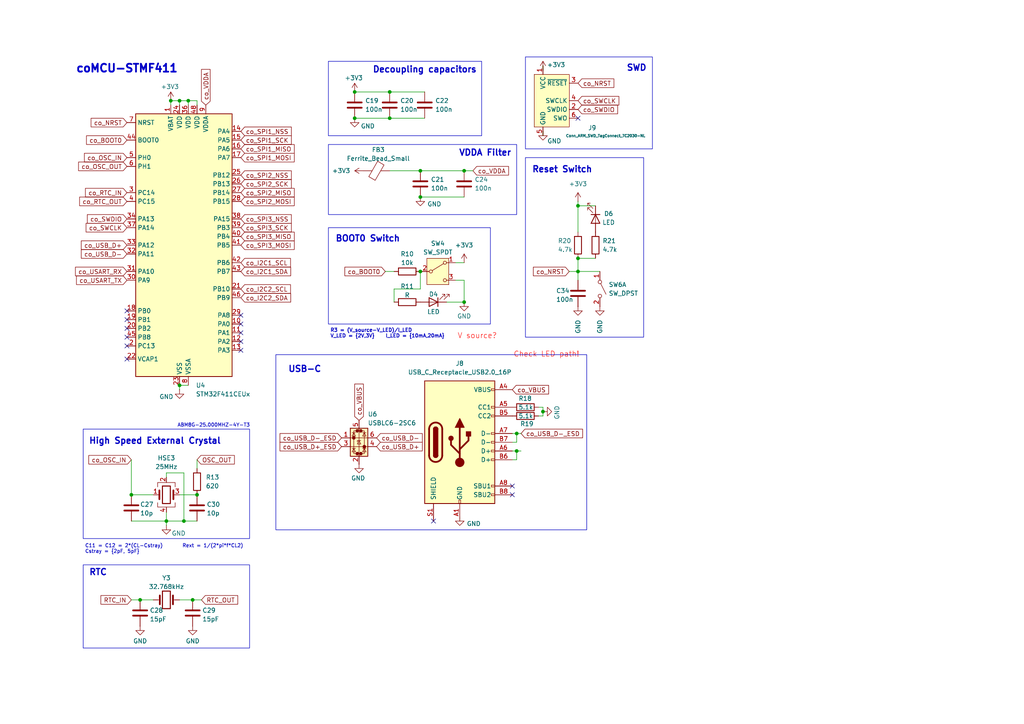
<source format=kicad_sch>
(kicad_sch (version 20231120) (generator "eeschema") (generator_version "8.0")
  (paper "A4")
  (lib_symbols
    (symbol "Connector:Conn_ARM_SWD_TagConnect_TC2030-NL" (in_bom no)
      (property "Reference" "J" (at 2.54 11.43 0))
      (property "Value" "Conn_ARM_SWD_TagConnect_TC2030-NL" (at 2.54 8.89 0))
      (symbol "Conn_ARM_SWD_TagConnect_TC2030-NL_0_0"
        (pin power_in line (at -2.54 10.16 270) (length 2.54) (name "VCC") (number "1"))
        (pin bidirectional line (at 7.62 -2.54 180) (length 2.54) (name "SWDIO") (number "2"))
        (pin open_collector line (at 7.62 5.08 180) (length 2.54) (name "~{RESET}") (number "3"))
        (pin output line (at 7.62 0 180) (length 2.54) (name "SWCLK") (number "4"))
        (pin power_in line (at -2.54 -10.16 90) (length 2.54) (name "GND") (number "5"))
        (pin input line (at 7.62 -5.08 180) (length 2.54) (name "SWO") (number "6"))
      )
      (symbol "Conn_ARM_SWD_TagConnect_TC2030-NL_0_1"
        (rectangle (start -5.08 7.62) (end 5.08 -7.62) (fill (type background)))
      )
    )
    (symbol "Connector:USB_C_Receptacle_USB2.0_16P" (pin_names (offset 1.016))
      (property "Reference" "J" (at 0 22.225 0))
      (property "Value" "USB_C_Receptacle_USB2.0_16P" (at 0 19.685 0))
      (symbol "USB_C_Receptacle_USB2.0_16P_0_0"
        (rectangle (start -0.254 -17.78) (end 0.254 -16.764))
        (rectangle (start 10.16 -14.986) (end 9.144 -15.494))
        (rectangle (start 10.16 -12.446) (end 9.144 -12.954))
        (rectangle (start 10.16 -4.826) (end 9.144 -5.334))
        (rectangle (start 10.16 -2.286) (end 9.144 -2.794))
        (rectangle (start 10.16 0.254) (end 9.144 -0.254))
        (rectangle (start 10.16 2.794) (end 9.144 2.286))
        (rectangle (start 10.16 7.874) (end 9.144 7.366))
        (rectangle (start 10.16 10.414) (end 9.144 9.906))
        (rectangle (start 10.16 15.494) (end 9.144 14.986))
      )
      (symbol "USB_C_Receptacle_USB2.0_16P_0_1"
        (rectangle (start -10.16 17.78) (end 10.16 -17.78) (stroke (width 0.254)) (fill (type background)))
        (arc (start -8.89 -3.81) (mid -6.985 -5.7067) (end -5.08 -3.81) (stroke (width 0.508)))
        (arc (start -7.62 -3.81) (mid -6.985 -4.4423) (end -6.35 -3.81) (stroke (width 0.254)))
        (arc (start -7.62 -3.81) (mid -6.985 -4.4423) (end -6.35 -3.81) (stroke (width 0.254)) (fill (type outline)))
        (rectangle (start -7.62 -3.81) (end -6.35 3.81) (stroke (width 0.254)) (fill (type outline)))
        (arc (start -6.35 3.81) (mid -6.985 4.4423) (end -7.62 3.81) (stroke (width 0.254)))
        (arc (start -6.35 3.81) (mid -6.985 4.4423) (end -7.62 3.81) (stroke (width 0.254)) (fill (type outline)))
        (arc (start -5.08 3.81) (mid -6.985 5.7067) (end -8.89 3.81) (stroke (width 0.508)))
        (circle (center -2.54 1.143) (radius 0.635) (stroke (width 0.254)) (fill (type outline)))
        (circle (center 0 -5.842) (radius 1.27) (fill (type outline)))
        (polyline (pts (xy -8.89 -3.81) (xy -8.89 3.81)) (stroke (width 0.508)))
        (polyline (pts (xy -5.08 3.81) (xy -5.08 -3.81)) (stroke (width 0.508)))
        (polyline (pts (xy 0 -5.842) (xy 0 4.318)) (stroke (width 0.508)))
        (polyline (pts (xy 0 -3.302) (xy -2.54 -0.762) (xy -2.54 0.508)) (stroke (width 0.508)))
        (polyline (pts (xy 0 -2.032) (xy 2.54 0.508) (xy 2.54 1.778)) (stroke (width 0.508)))
        (polyline (pts (xy -1.27 4.318) (xy 0 6.858) (xy 1.27 4.318) (xy -1.27 4.318)) (stroke (width 0.254)) (fill (type outline)))
        (rectangle (start 1.905 1.778) (end 3.175 3.048) (stroke (width 0.254)) (fill (type outline)))
      )
      (symbol "USB_C_Receptacle_USB2.0_16P_1_1"
        (pin passive line (at 0 -22.86 90) (length 5.08) (name "GND") (number "A1"))
        (pin passive line (at 0 -22.86 90) (length 5.08) hide (name "GND") (number "A12"))
        (pin passive line (at 15.24 15.24 180) (length 5.08) (name "VBUS") (number "A4"))
        (pin bidirectional line (at 15.24 10.16 180) (length 5.08) (name "CC1") (number "A5"))
        (pin bidirectional line (at 15.24 -2.54 180) (length 5.08) (name "D+") (number "A6"))
        (pin bidirectional line (at 15.24 2.54 180) (length 5.08) (name "D-") (number "A7"))
        (pin bidirectional line (at 15.24 -12.7 180) (length 5.08) (name "SBU1") (number "A8"))
        (pin passive line (at 15.24 15.24 180) (length 5.08) hide (name "VBUS") (number "A9"))
        (pin passive line (at 0 -22.86 90) (length 5.08) hide (name "GND") (number "B1"))
        (pin passive line (at 0 -22.86 90) (length 5.08) hide (name "GND") (number "B12"))
        (pin passive line (at 15.24 15.24 180) (length 5.08) hide (name "VBUS") (number "B4"))
        (pin bidirectional line (at 15.24 7.62 180) (length 5.08) (name "CC2") (number "B5"))
        (pin bidirectional line (at 15.24 -5.08 180) (length 5.08) (name "D+") (number "B6"))
        (pin bidirectional line (at 15.24 0 180) (length 5.08) (name "D-") (number "B7"))
        (pin bidirectional line (at 15.24 -15.24 180) (length 5.08) (name "SBU2") (number "B8"))
        (pin passive line (at 15.24 15.24 180) (length 5.08) hide (name "VBUS") (number "B9"))
        (pin passive line (at -7.62 -22.86 90) (length 5.08) (name "SHIELD") (number "S1"))
      )
    )
    (symbol "Device:C" (pin_numbers hide) (pin_names (offset 0.254))
      (property "Reference" "C" (at 0.635 2.54 0))
      (property "Value" "C" (at 0.635 -2.54 0))
      (symbol "C_0_1"
        (polyline (pts (xy -2.032 -0.762) (xy 2.032 -0.762)) (stroke (width 0.508)))
        (polyline (pts (xy -2.032 0.762) (xy 2.032 0.762)) (stroke (width 0.508)))
      )
      (symbol "C_1_1"
        (pin passive line (at 0 3.81 270) (length 2.794) (name "~") (number "1"))
        (pin passive line (at 0 -3.81 90) (length 2.794) (name "~") (number "2"))
      )
    )
    (symbol "Device:Crystal" (pin_numbers hide) (pin_names (offset 1.016) hide)
      (property "Reference" "Y" (at 0 3.81 0))
      (property "Value" "Crystal" (at 0 -3.81 0))
      (symbol "Crystal_0_1"
        (rectangle (start -1.143 2.54) (end 1.143 -2.54) (stroke (width 0.3048)))
        (polyline (pts (xy -2.54 0) (xy -1.905 0)))
        (polyline (pts (xy -1.905 -1.27) (xy -1.905 1.27)) (stroke (width 0.508)))
        (polyline (pts (xy 1.905 -1.27) (xy 1.905 1.27)) (stroke (width 0.508)))
        (polyline (pts (xy 2.54 0) (xy 1.905 0)))
      )
      (symbol "Crystal_1_1"
        (pin passive line (at -3.81 0 0) (length 1.27) (name "1") (number "1"))
        (pin passive line (at 3.81 0 180) (length 1.27) (name "2") (number "2"))
      )
    )
    (symbol "Device:Crystal_GND24" (pin_names (offset 1.016) hide)
      (property "Reference" "Y" (at 3.175 5.08 0))
      (property "Value" "Crystal_GND24" (at 3.175 3.175 0))
      (symbol "Crystal_GND24_0_1"
        (rectangle (start -1.143 2.54) (end 1.143 -2.54) (stroke (width 0.3048)))
        (polyline (pts (xy -2.54 0) (xy -2.032 0)))
        (polyline (pts (xy -2.032 -1.27) (xy -2.032 1.27)) (stroke (width 0.508)))
        (polyline (pts (xy 0 -3.81) (xy 0 -3.556)))
        (polyline (pts (xy 0 3.556) (xy 0 3.81)))
        (polyline (pts (xy 2.032 -1.27) (xy 2.032 1.27)) (stroke (width 0.508)))
        (polyline (pts (xy 2.032 0) (xy 2.54 0)))
        (polyline (pts (xy -2.54 -2.286) (xy -2.54 -3.556) (xy 2.54 -3.556) (xy 2.54 -2.286)))
        (polyline (pts (xy -2.54 2.286) (xy -2.54 3.556) (xy 2.54 3.556) (xy 2.54 2.286)))
      )
      (symbol "Crystal_GND24_1_1"
        (pin passive line (at -3.81 0 0) (length 1.27) (name "1") (number "1"))
        (pin passive line (at 0 5.08 270) (length 1.27) (name "2") (number "2"))
        (pin passive line (at 3.81 0 180) (length 1.27) (name "3") (number "3"))
        (pin passive line (at 0 -5.08 90) (length 1.27) (name "4") (number "4"))
      )
    )
    (symbol "Device:FerriteBead" (pin_numbers hide) (pin_names (offset 0))
      (property "Reference" "FB" (at -3.81 0.635 90))
      (property "Value" "FerriteBead" (at 3.81 0 90))
      (symbol "FerriteBead_0_1"
        (polyline (pts (xy 0 -1.27) (xy 0 -1.2192)))
        (polyline (pts (xy 0 1.27) (xy 0 1.2954)))
        (polyline (pts (xy -2.7686 0.4064) (xy -1.7018 2.2606) (xy 2.7686 -0.3048) (xy 1.6764 -2.159) (xy -2.7686 0.4064)))
      )
      (symbol "FerriteBead_1_1"
        (pin passive line (at 0 3.81 270) (length 2.54) (name "~") (number "1"))
        (pin passive line (at 0 -3.81 90) (length 2.54) (name "~") (number "2"))
      )
    )
    (symbol "Device:LED" (pin_numbers hide) (pin_names (offset 1.016) hide)
      (property "Reference" "D" (at 0 2.54 0))
      (property "Value" "LED" (at 0 -2.54 0))
      (symbol "LED_0_1"
        (polyline (pts (xy -1.27 -1.27) (xy -1.27 1.27)) (stroke (width 0.254)))
        (polyline (pts (xy -1.27 0) (xy 1.27 0)))
        (polyline (pts (xy 1.27 -1.27) (xy 1.27 1.27) (xy -1.27 0) (xy 1.27 -1.27)) (stroke (width 0.254)))
        (polyline (pts (xy -3.048 -0.762) (xy -4.572 -2.286) (xy -3.81 -2.286) (xy -4.572 -2.286) (xy -4.572 -1.524)))
        (polyline (pts (xy -1.778 -0.762) (xy -3.302 -2.286) (xy -2.54 -2.286) (xy -3.302 -2.286) (xy -3.302 -1.524)))
      )
      (symbol "LED_1_1"
        (pin passive line (at -3.81 0 0) (length 2.54) (name "K") (number "1"))
        (pin passive line (at 3.81 0 180) (length 2.54) (name "A") (number "2"))
      )
    )
    (symbol "Device:R" (pin_numbers hide) (pin_names (offset 0))
      (property "Reference" "R" (at 2.032 0 90))
      (property "Value" "R" (at 0 0 90))
      (symbol "R_0_1"
        (rectangle (start -1.016 -2.54) (end 1.016 2.54) (stroke (width 0.254)))
      )
      (symbol "R_1_1"
        (pin passive line (at 0 3.81 270) (length 1.27) (name "~") (number "1"))
        (pin passive line (at 0 -3.81 90) (length 1.27) (name "~") (number "2"))
      )
    )
    (symbol "MCU_ST_STM32F4:STM32F411CEUx"
      (property "Reference" "U4" (at 4.7341 -40.64 0))
      (property "Value" "STM32F411CEUx" (at 4.7341 -43.18 0))
      (symbol "STM32F411CEUx_0_1"
        (rectangle (start -12.7 38.1) (end 15.24 -38.1) (stroke (width 0.254)) (fill (type background)))
      )
      (symbol "STM32F411CEUx_1_1"
        (pin power_in line (at -2.54 40.64 270) (length 2.54) (name "VBAT") (number "1"))
        (pin bidirectional line (at 17.78 -22.86 180) (length 2.54) (name "PA0") (number "10"))
        (pin bidirectional line (at 17.78 -25.4 180) (length 2.54) (name "PA1") (number "11"))
        (pin bidirectional line (at 17.78 -27.94 180) (length 2.54) (name "PA2") (number "12"))
        (pin bidirectional line (at 17.78 -30.48 180) (length 2.54) (name "PA3") (number "13"))
        (pin bidirectional line (at 17.78 33.02 180) (length 2.54) (name "PA4") (number "14"))
        (pin bidirectional line (at 17.78 30.48 180) (length 2.54) (name "PA5") (number "15"))
        (pin bidirectional line (at 17.78 27.94 180) (length 2.54) (name "PA6") (number "16"))
        (pin bidirectional line (at 17.78 25.4 180) (length 2.54) (name "PA7") (number "17"))
        (pin bidirectional line (at -15.24 -19.05 0) (length 2.54) (name "PB0") (number "18"))
        (pin bidirectional line (at -15.24 -21.59 0) (length 2.54) (name "PB1") (number "19"))
        (pin bidirectional line (at -15.24 -29.21 0) (length 2.54) (name "PC13") (number "2"))
        (pin bidirectional line (at -15.24 -24.13 0) (length 2.54) (name "PB2") (number "20"))
        (pin bidirectional line (at 17.78 -12.7 180) (length 2.54) (name "PB10") (number "21"))
        (pin power_out line (at -15.24 -33.02 0) (length 2.54) (name "VCAP1") (number "22"))
        (pin power_in line (at 0 -40.64 90) (length 2.54) (name "VSS") (number "23"))
        (pin power_in line (at 0 40.64 270) (length 2.54) (name "VDD") (number "24"))
        (pin bidirectional line (at 17.78 20.32 180) (length 2.54) (name "PB12") (number "25"))
        (pin bidirectional line (at 17.78 17.78 180) (length 2.54) (name "PB13") (number "26"))
        (pin bidirectional line (at 17.78 15.24 180) (length 2.54) (name "PB14") (number "27"))
        (pin bidirectional line (at 17.78 12.7 180) (length 2.54) (name "PB15") (number "28"))
        (pin bidirectional line (at 17.78 -20.32 180) (length 2.54) (name "PA8") (number "29"))
        (pin bidirectional line (at -15.24 15.24 0) (length 2.54) (name "PC14") (number "3"))
        (pin bidirectional line (at -15.24 -10.16 0) (length 2.54) (name "PA9") (number "30"))
        (pin bidirectional line (at -15.24 -7.62 0) (length 2.54) (name "PA10") (number "31"))
        (pin bidirectional line (at -15.24 -2.54 0) (length 2.54) (name "PA11") (number "32"))
        (pin bidirectional line (at -15.24 0 0) (length 2.54) (name "PA12") (number "33"))
        (pin bidirectional line (at -15.24 7.62 0) (length 2.54) (name "PA13") (number "34"))
        (pin passive line (at 0 -40.64 90) (length 2.54) hide (name "VSS") (number "35"))
        (pin power_in line (at 2.54 40.64 270) (length 2.54) (name "VDD") (number "36"))
        (pin bidirectional line (at -15.24 5.08 0) (length 2.54) (name "PA14") (number "37"))
        (pin bidirectional line (at 17.78 7.62 180) (length 2.54) (name "PA15") (number "38"))
        (pin bidirectional line (at 17.78 5.08 180) (length 2.54) (name "PB3") (number "39"))
        (pin bidirectional line (at -15.24 12.7 0) (length 2.54) (name "PC15") (number "4"))
        (pin bidirectional line (at 17.78 2.54 180) (length 2.54) (name "PB4") (number "40"))
        (pin bidirectional line (at 17.78 0 180) (length 2.54) (name "PB5") (number "41"))
        (pin bidirectional line (at 17.78 -5.08 180) (length 2.54) (name "PB6") (number "42"))
        (pin bidirectional line (at 17.78 -7.62 180) (length 2.54) (name "PB7") (number "43"))
        (pin input line (at -15.24 30.48 0) (length 2.54) (name "BOOT0") (number "44"))
        (pin bidirectional line (at -15.24 -26.67 0) (length 2.54) (name "PB8") (number "45"))
        (pin bidirectional line (at 17.78 -15.24 180) (length 2.54) (name "PB9") (number "46"))
        (pin passive line (at 0 -40.64 90) (length 2.54) hide (name "VSS") (number "47"))
        (pin power_in line (at 5.08 40.64 270) (length 2.54) (name "VDD") (number "48"))
        (pin passive line (at 0 -40.64 90) (length 2.54) hide (name "VSS") (number "49"))
        (pin bidirectional line (at -15.24 25.4 0) (length 2.54) (name "PH0") (number "5"))
        (pin bidirectional line (at -15.24 22.86 0) (length 2.54) (name "PH1") (number "6"))
        (pin input line (at -15.24 35.56 0) (length 2.54) (name "NRST") (number "7"))
        (pin power_in line (at 2.54 -40.64 90) (length 2.54) (name "VSSA") (number "8"))
        (pin power_in line (at 7.62 40.64 270) (length 2.54) (name "VDDA") (number "9"))
      )
    )
    (symbol "Power_Protection:USBLC6-2SC6" (pin_names hide)
      (property "Reference" "U" (at 0.635 5.715 0))
      (property "Value" "USBLC6-2SC6" (at 0.635 3.81 0))
      (symbol "USBLC6-2SC6_0_0"
        (circle (center -1.524 0) (radius 0.0001) (stroke (width 0.508)))
        (circle (center -0.508 -4.572) (radius 0.0001) (stroke (width 0.508)))
        (circle (center -0.508 2.032) (radius 0.0001) (stroke (width 0.508)))
        (circle (center 0.508 -4.572) (radius 0.0001) (stroke (width 0.508)))
        (circle (center 0.508 2.032) (radius 0.0001) (stroke (width 0.508)))
        (circle (center 1.524 -2.54) (radius 0.0001) (stroke (width 0.508)))
      )
      (symbol "USBLC6-2SC6_0_1"
        (polyline (pts (xy -2.54 -2.54) (xy 2.54 -2.54)))
        (polyline (pts (xy -2.54 0) (xy 2.54 0)))
        (polyline (pts (xy -2.032 -3.048) (xy -1.016 -3.048)))
        (polyline (pts (xy -1.016 1.524) (xy -2.032 1.524)))
        (polyline (pts (xy 1.016 -3.048) (xy 2.032 -3.048)))
        (polyline (pts (xy 1.016 1.524) (xy 2.032 1.524)))
        (polyline (pts (xy -0.508 -1.143) (xy -0.508 -0.762) (xy 0.508 -0.762)))
        (polyline (pts (xy -2.032 0.508) (xy -1.016 0.508) (xy -1.524 1.524) (xy -2.032 0.508)))
        (polyline (pts (xy -1.016 -4.064) (xy -2.032 -4.064) (xy -1.524 -3.048) (xy -1.016 -4.064)))
        (polyline (pts (xy 0.508 -1.778) (xy -0.508 -1.778) (xy 0 -0.762) (xy 0.508 -1.778)))
        (polyline (pts (xy 2.032 -4.064) (xy 1.016 -4.064) (xy 1.524 -3.048) (xy 2.032 -4.064)))
        (polyline (pts (xy 2.032 0.508) (xy 1.016 0.508) (xy 1.524 1.524) (xy 2.032 0.508)))
        (polyline (pts (xy 0 2.54) (xy -0.508 2.032) (xy 0.508 2.032) (xy 0 1.524) (xy 0 -4.064) (xy -0.508 -4.572) (xy 0.508 -4.572) (xy 0 -5.08)))
      )
      (symbol "USBLC6-2SC6_1_1"
        (rectangle (start -2.54 2.794) (end 2.54 -5.334) (stroke (width 0.254)) (fill (type background)))
        (polyline (pts (xy -0.508 2.032) (xy -1.524 2.032) (xy -1.524 -4.572) (xy -0.508 -4.572)))
        (polyline (pts (xy 0.508 -4.572) (xy 1.524 -4.572) (xy 1.524 2.032) (xy 0.508 2.032)))
        (pin passive line (at -5.08 0 0) (length 2.54) (name "I/O1") (number "1"))
        (pin passive line (at 0 -7.62 90) (length 2.54) (name "GND") (number "2"))
        (pin passive line (at -5.08 -2.54 0) (length 2.54) (name "I/O2") (number "3"))
        (pin passive line (at 5.08 -2.54 180) (length 2.54) (name "I/O2") (number "4"))
        (pin passive line (at 0 5.08 270) (length 2.54) (name "VBUS") (number "5"))
        (pin passive line (at 5.08 0 180) (length 2.54) (name "I/O1") (number "6"))
      )
    )
    (symbol "Switch:SW_DPST_x2" (pin_names (offset 0) hide)
      (property "Reference" "SW" (at 0 3.175 0))
      (property "Value" "SW_DPST_x2" (at 0 -2.54 0))
      (symbol "SW_DPST_x2_0_0"
        (circle (center -2.032 0) (radius 0.508))
        (polyline (pts (xy -1.524 0.254) (xy 1.524 1.778)))
        (circle (center 2.032 0) (radius 0.508))
      )
      (symbol "SW_DPST_x2_1_1"
        (pin passive line (at -5.08 0 0) (length 2.54) (name "A") (number "1"))
        (pin passive line (at 5.08 0 180) (length 2.54) (name "B") (number "2"))
      )
      (symbol "SW_DPST_x2_2_1"
        (pin passive line (at -5.08 0 0) (length 2.54) (name "A") (number "3"))
        (pin passive line (at 5.08 0 180) (length 2.54) (name "B") (number "4"))
      )
    )
    (symbol "Switch:SW_SPDT" (pin_names (offset 0) hide)
      (property "Reference" "SW" (at 0 5.08 0))
      (property "Value" "SW_SPDT" (at 0 -5.08 0))
      (symbol "SW_SPDT_0_1"
        (circle (center -2.032 0) (radius 0.4572))
        (polyline (pts (xy -1.651 0.254) (xy 1.651 2.286)))
        (circle (center 2.032 -2.54) (radius 0.4572))
        (circle (center 2.032 2.54) (radius 0.4572))
      )
      (symbol "SW_SPDT_1_1"
        (rectangle (start -3.175 3.81) (end 3.175 -3.81) (fill (type background)))
        (pin passive line (at 5.08 2.54 180) (length 2.54) (name "A") (number "1"))
        (pin passive line (at -5.08 0 0) (length 2.54) (name "B") (number "2"))
        (pin passive line (at 5.08 -2.54 180) (length 2.54) (name "C") (number "3"))
      )
    )
    (symbol "power:+3V3" (power) (pin_numbers hide) (pin_names (offset 0) hide)
      (property "Value" "+3V3" (at 0 3.556 0))
      (symbol "+3V3_0_1"
        (polyline (pts (xy -0.762 1.27) (xy 0 2.54)))
        (polyline (pts (xy 0 0) (xy 0 2.54)))
        (polyline (pts (xy 0 2.54) (xy 0.762 1.27)))
      )
      (symbol "+3V3_1_1"
        (pin power_in line (at 0 0 90) (length 0) (name "~") (number "1"))
      )
    )
    (symbol "power:GND" (power) (pin_numbers hide) (pin_names (offset 0) hide)
      (property "Value" "GND" (at 0 -3.81 0))
      (symbol "GND_0_1"
        (polyline (pts (xy 0 0) (xy 0 -1.27) (xy 1.27 -1.27) (xy 0 -2.54) (xy -1.27 -1.27) (xy 0 -1.27)))
      )
      (symbol "GND_1_1"
        (pin power_in line (at 0 0 270) (length 0) (name "~") (number "1"))
      )
    )
  )
  (junction (at 157.48 119.38))
  (junction (at 121.92 49.53))
  (junction (at 167.64 74.93))
  (junction (at 57.15 143.51))
  (junction (at 121.92 57.15))
  (junction (at 54.61 29.21))
  (junction (at 48.26 151.13))
  (junction (at 49.53 29.21))
  (junction (at 167.64 59.69))
  (junction (at 102.87 26.67))
  (junction (at 55.88 173.99))
  (junction (at 121.92 78.74))
  (junction (at 52.07 111.76))
  (junction (at 102.87 34.29))
  (junction (at 53.34 151.13))
  (junction (at 52.07 29.21))
  (junction (at 38.1 143.51))
  (junction (at 167.64 78.74))
  (junction (at 113.03 26.67))
  (junction (at 149.86 125.73))
  (junction (at 134.62 87.63))
  (junction (at 113.03 34.29))
  (junction (at 149.86 130.81))
  (junction (at 134.62 49.53))
  (junction (at 40.64 173.99))
  (no_connect (at 167.64 34.29))
  (no_connect (at 36.83 104.14))
  (no_connect (at 125.73 151.13))
  (no_connect (at 36.83 100.33))
  (no_connect (at 36.83 95.25))
  (no_connect (at 69.85 96.52))
  (no_connect (at 36.83 97.79))
  (no_connect (at 69.85 91.44))
  (no_connect (at 69.85 93.98))
  (no_connect (at 148.59 143.51))
  (no_connect (at 69.85 99.06))
  (no_connect (at 36.83 92.71))
  (no_connect (at 148.59 140.97))
  (no_connect (at 69.85 101.6))
  (no_connect (at 36.83 90.17))
  (wire (pts (xy 149.86 133.35) (xy 149.86 130.81)))
  (wire (pts (xy 54.61 29.21) (xy 54.61 30.48)))
  (wire (pts (xy 52.07 29.21) (xy 49.53 29.21)))
  (wire (pts (xy 40.64 173.99) (xy 44.45 173.99)))
  (wire (pts (xy 157.48 118.11) (xy 156.21 118.11)))
  (wire (pts (xy 148.59 128.27) (xy 149.86 128.27)))
  (wire (pts (xy 134.62 76.2) (xy 132.08 76.2)))
  (wire (pts (xy 148.59 133.35) (xy 149.86 133.35)))
  (wire (pts (xy 133.35 149.86) (xy 133.35 151.13)))
  (wire (pts (xy 48.26 151.13) (xy 53.34 151.13)))
  (wire (pts (xy 52.07 111.76) (xy 54.61 111.76)))
  (wire (pts (xy 121.92 57.15) (xy 134.62 57.15)))
  (wire (pts (xy 137.16 49.53) (xy 134.62 49.53)))
  (wire (pts (xy 53.34 137.16) (xy 53.34 151.13)))
  (wire (pts (xy 57.15 30.48) (xy 57.15 29.21)))
  (wire (pts (xy 57.15 29.21) (xy 54.61 29.21)))
  (wire (pts (xy 167.64 74.93) (xy 172.72 74.93)))
  (wire (pts (xy 157.48 119.38) (xy 157.48 118.11)))
  (wire (pts (xy 113.03 34.29) (xy 123.19 34.29)))
  (wire (pts (xy 48.26 152.4) (xy 48.26 151.13)))
  (wire (pts (xy 49.53 29.21) (xy 49.53 30.48)))
  (wire (pts (xy 52.07 113.03) (xy 52.07 111.76)))
  (wire (pts (xy 57.15 133.35) (xy 57.15 135.89)))
  (wire (pts (xy 114.3 87.63) (xy 114.3 83.82)))
  (wire (pts (xy 38.1 151.13) (xy 48.26 151.13)))
  (wire (pts (xy 121.92 83.82) (xy 121.92 78.74)))
  (wire (pts (xy 53.34 151.13) (xy 57.15 151.13)))
  (wire (pts (xy 54.61 29.21) (xy 52.07 29.21)))
  (wire (pts (xy 132.08 81.28) (xy 134.62 81.28)))
  (wire (pts (xy 157.48 120.65) (xy 157.48 119.38)))
  (wire (pts (xy 114.3 83.82) (xy 121.92 83.82)))
  (wire (pts (xy 157.48 20.32) (xy 157.48 19.05)))
  (wire (pts (xy 165.1 78.74) (xy 167.64 78.74)))
  (wire (pts (xy 149.86 125.73) (xy 148.59 125.73)))
  (wire (pts (xy 121.92 49.53) (xy 134.62 49.53)))
  (wire (pts (xy 48.26 137.16) (xy 53.34 137.16)))
  (wire (pts (xy 149.86 130.81) (xy 148.59 130.81)))
  (wire (pts (xy 111.76 78.74) (xy 114.3 78.74)))
  (wire (pts (xy 38.1 133.35) (xy 38.1 143.51)))
  (wire (pts (xy 48.26 138.43) (xy 48.26 137.16)))
  (wire (pts (xy 38.1 173.99) (xy 40.64 173.99)))
  (wire (pts (xy 102.87 34.29) (xy 113.03 34.29)))
  (wire (pts (xy 149.86 128.27) (xy 149.86 125.73)))
  (wire (pts (xy 156.21 120.65) (xy 157.48 120.65)))
  (wire (pts (xy 157.48 38.1) (xy 157.48 39.37)))
  (wire (pts (xy 167.64 74.93) (xy 167.64 78.74)))
  (wire (pts (xy 113.03 26.67) (xy 123.19 26.67)))
  (wire (pts (xy 167.64 78.74) (xy 173.99 78.74)))
  (wire (pts (xy 134.62 81.28) (xy 134.62 87.63)))
  (wire (pts (xy 55.88 173.99) (xy 58.42 173.99)))
  (wire (pts (xy 167.64 58.42) (xy 167.64 59.69)))
  (wire (pts (xy 167.64 78.74) (xy 167.64 81.28)))
  (wire (pts (xy 38.1 143.51) (xy 44.45 143.51)))
  (wire (pts (xy 167.64 59.69) (xy 172.72 59.69)))
  (wire (pts (xy 52.07 143.51) (xy 57.15 143.51)))
  (wire (pts (xy 102.87 26.67) (xy 113.03 26.67)))
  (wire (pts (xy 134.62 87.63) (xy 129.54 87.63)))
  (wire (pts (xy 167.64 59.69) (xy 167.64 67.31)))
  (wire (pts (xy 151.13 125.73) (xy 149.86 125.73)))
  (wire (pts (xy 113.03 49.53) (xy 121.92 49.53)))
  (wire (pts (xy 48.26 151.13) (xy 48.26 148.59)))
  (wire (pts (xy 52.07 29.21) (xy 52.07 30.48)))
  (wire (pts (xy 52.07 173.99) (xy 55.88 173.99)))
  (wire (pts (xy 151.13 130.81) (xy 149.86 130.81)))
  (rectangle (start 80.01 102.87) (end 170.18 153.67))
  (rectangle (start 95.25 17.78) (end 139.7 39.37))
  (rectangle (start 152.4 16.51) (end 189.23 43.18))
  (rectangle (start 24.13 163.83) (end 72.39 187.96))
  (rectangle (start 95.25 66.04) (end 142.24 93.98))
  (rectangle (start 95.25 41.91) (end 149.86 62.23))
  (rectangle (start 24.13 124.46) (end 72.39 156.21))
  (rectangle (start 152.4 45.72) (end 186.69 97.79))
  (text "Check LED path!" (at 158.496 102.87 0) (effects (font (size 1.524 1.524))))
  (text "VDDA Filter\n" (at 140.716 44.45 0) (effects (font (size 1.778 1.778) (thickness 0.3556) (bold yes))))
  (text "Reset Switch\n" (at 163.068 49.276 0) (effects (font (size 1.778 1.778) (thickness 0.3556) (bold yes))))
  (text "ABM8G-25.000MHZ-4Y-T3\n" (at 61.976 123.444 0) (effects (font (size 1.016 1.016) (thickness 0.1588))))
  (text "SWD\n" (at 184.658 19.812 0) (effects (font (size 1.778 1.778) (thickness 0.3556) (bold yes))))
  (text "C11 = C12 = 2*(CL-Cstray)	Rext = 1/(2*pi*f*CL2)\nCstray = {2pF, 5pF}" (at 24.638 159.258 0) (effects (font (size 1.016 1.016) (thickness 0.1588)) (justify left)))
  (text "coMCU-STMF411\n\n" (at 36.83 21.844 0) (effects (font (size 2.286 2.286) (thickness 0.508) (bold yes))))
  (text "RTC\n" (at 28.448 166.116 0) (effects (font (size 1.778 1.778) (thickness 0.3556) (bold yes))))
  (text "BOOT0 Switch" (at 106.68 69.342 0) (effects (font (size 1.778 1.778) (thickness 0.3556) (bold yes))))
  (text "Decoupling capacitors\n" (at 123.19 20.32 0) (effects (font (size 1.778 1.778) (thickness 0.3556) (bold yes))))
  (text "R3 = (V_source-V_LED)/I_LED\nV_LED = {2V,3V}	I_LED = {10mA,20mA}" (at 95.758 96.774 0) (effects (font (size 1.016 1.016) (thickness 0.2032) (bold yes)) (justify left)))
  (text "USB-C\n" (at 88.392 107.188 0) (effects (font (size 1.778 1.778) (thickness 0.3556) (bold yes))))
  (text "High Speed External Crystal" (at 44.958 128.016 0) (effects (font (size 1.778 1.778) (thickness 0.3556) (bold yes))))
  (text "V source?" (at 138.43 97.536 0) (effects (font (size 1.524 1.524))))
  (global_label "co_SWDIO" (shape input) (at 167.64 31.75 0) (property "Intersheetrefs" "${INTERSHEET_REFS}" (effects (hide yes))))
  (global_label "co_I2C1_SDA" (shape input) (at 69.85 78.74 0) (property "Intersheetrefs" "${INTERSHEET_REFS}" (effects (hide yes))))
  (global_label "co_SPI3_NSS" (shape input) (at 69.85 63.5 0) (property "Intersheetrefs" "${INTERSHEET_REFS}" (effects (hide yes))))
  (global_label "co_SPI2_MOSI" (shape input) (at 69.85 58.42 0) (property "Intersheetrefs" "${INTERSHEET_REFS}" (effects (hide yes))))
  (global_label "co_VDDA" (shape input) (at 137.16 49.53 0) (property "Intersheetrefs" "${INTERSHEET_REFS}" (effects (hide yes))))
  (global_label "co_VBUS" (shape input) (at 148.59 113.03 0) (effects (font (thickness 0.1588))) (property "Intersheetrefs" "${INTERSHEET_REFS}" (effects (hide yes))))
  (global_label "co_SWCLK" (shape input) (at 167.64 29.21 0) (property "Intersheetrefs" "${INTERSHEET_REFS}" (effects (hide yes))))
  (global_label "co_USB_D-" (shape input) (at 36.83 73.66 180) (property "Intersheetrefs" "${INTERSHEET_REFS}" (effects (hide yes))))
  (global_label "co_USB_D-_ESD" (shape input) (at 151.13 125.73 0) (effects (font (thickness 0.1588))) (property "Intersheetrefs" "${INTERSHEET_REFS}" (effects (hide yes))))
  (global_label "co_SPI1_NSS" (shape input) (at 69.85 38.1 0) (effects (font (thickness 0.1588))) (property "Intersheetrefs" "${INTERSHEET_REFS}" (effects (hide yes))))
  (global_label "RTC_OUT" (shape input) (at 58.42 173.99 0) (property "Intersheetrefs" "${INTERSHEET_REFS}" (effects (hide yes))))
  (global_label "OSC_OUT" (shape input) (at 57.15 133.35 0) (property "Intersheetrefs" "${INTERSHEET_REFS}" (effects (hide yes))))
  (global_label "co_USB_D-" (shape input) (at 109.22 127 0) (property "Intersheetrefs" "${INTERSHEET_REFS}" (effects (hide yes))))
  (global_label "co_VDDA" (shape input) (at 59.69 30.48 90) (property "Intersheetrefs" "${INTERSHEET_REFS}" (effects (hide yes))))
  (global_label "co_OSC_IN" (shape input) (at 38.1 133.35 180) (property "Intersheetrefs" "${INTERSHEET_REFS}" (effects (hide yes))))
  (global_label "co_I2C2_SDA" (shape input) (at 69.85 86.36 0) (property "Intersheetrefs" "${INTERSHEET_REFS}" (effects (hide yes))))
  (global_label "co_USART_RX" (shape input) (at 36.83 78.74 180) (property "Intersheetrefs" "${INTERSHEET_REFS}" (effects (hide yes))))
  (global_label "co_SPI3_MOSI" (shape input) (at 69.85 71.12 0) (property "Intersheetrefs" "${INTERSHEET_REFS}" (effects (hide yes))))
  (global_label "co_SWCLK" (shape input) (at 36.83 66.04 180) (property "Intersheetrefs" "${INTERSHEET_REFS}" (effects (hide yes))))
  (global_label "RTC_IN" (shape input) (at 38.1 173.99 180) (property "Intersheetrefs" "${INTERSHEET_REFS}" (effects (hide yes))))
  (global_label "co_USART_TX" (shape input) (at 36.83 81.28 180) (property "Intersheetrefs" "${INTERSHEET_REFS}" (effects (hide yes))))
  (global_label "co_SPI1_MISO" (shape input) (at 69.85 43.18 0) (property "Intersheetrefs" "${INTERSHEET_REFS}" (effects (hide yes))))
  (global_label "co_NRST" (shape input) (at 165.1 78.74 180) (property "Intersheetrefs" "${INTERSHEET_REFS}" (effects (hide yes))))
  (global_label "co_I2C1_SCL" (shape input) (at 69.85 76.2 0) (property "Intersheetrefs" "${INTERSHEET_REFS}" (effects (hide yes))))
  (global_label "co_SPI3_SCK" (shape input) (at 69.85 66.04 0) (property "Intersheetrefs" "${INTERSHEET_REFS}" (effects (hide yes))))
  (global_label "co_I2C2_SCL" (shape input) (at 69.85 83.82 0) (property "Intersheetrefs" "${INTERSHEET_REFS}" (effects (hide yes))))
  (global_label "co_NRST" (shape input) (at 36.83 35.56 180) (property "Intersheetrefs" "${INTERSHEET_REFS}" (effects (hide yes))))
  (global_label "co_USB_D+_ESD" (shape input) (at 99.06 129.54 180) (effects (font (thickness 0.1588))) (property "Intersheetrefs" "${INTERSHEET_REFS}" (effects (hide yes))))
  (global_label "co_USB_D-_ESD" (shape input) (at 99.06 127 180) (effects (font (thickness 0.1588))) (property "Intersheetrefs" "${INTERSHEET_REFS}" (effects (hide yes))))
  (global_label "co_OSC_OUT" (shape input) (at 36.83 48.26 180) (property "Intersheetrefs" "${INTERSHEET_REFS}" (effects (hide yes))))
  (global_label "co_OSC_IN" (shape input) (at 36.83 45.72 180) (property "Intersheetrefs" "${INTERSHEET_REFS}" (effects (hide yes))))
  (global_label "co_SWDIO" (shape input) (at 36.83 63.5 180) (property "Intersheetrefs" "${INTERSHEET_REFS}" (effects (hide yes))))
  (global_label "co_NRST" (shape input) (at 167.64 24.13 0) (property "Intersheetrefs" "${INTERSHEET_REFS}" (effects (hide yes))))
  (global_label "co_SPI1_MOSI" (shape input) (at 69.85 45.72 0) (property "Intersheetrefs" "${INTERSHEET_REFS}" (effects (hide yes))))
  (global_label "co_SPI3_MISO" (shape input) (at 69.85 68.58 0) (property "Intersheetrefs" "${INTERSHEET_REFS}" (effects (hide yes))))
  (global_label "co_USB_D+" (shape input) (at 36.83 71.12 180) (property "Intersheetrefs" "${INTERSHEET_REFS}" (effects (hide yes))))
  (global_label "co_USB_D+" (shape input) (at 109.22 129.54 0) (property "Intersheetrefs" "${INTERSHEET_REFS}" (effects (hide yes))))
  (global_label "co_VBUS" (shape input) (at 104.14 121.92 90) (effects (font (thickness 0.1588))) (property "Intersheetrefs" "${INTERSHEET_REFS}" (effects (hide yes))))
  (global_label "co_BOOT0" (shape input) (at 111.76 78.74 180) (effects (font (thickness 0.1588))) (property "Intersheetrefs" "${INTERSHEET_REFS}" (effects (hide yes))))
  (global_label "co_SPI2_MISO" (shape input) (at 69.85 55.88 0) (property "Intersheetrefs" "${INTERSHEET_REFS}" (effects (hide yes))))
  (global_label "co_SPI2_SCK" (shape input) (at 69.85 53.34 0) (property "Intersheetrefs" "${INTERSHEET_REFS}" (effects (hide yes))))
  (global_label "co_SPI2_NSS" (shape input) (at 69.85 50.8 0) (property "Intersheetrefs" "${INTERSHEET_REFS}" (effects (hide yes))))
  (global_label "co_RTC_IN" (shape input) (at 36.83 55.88 180) (property "Intersheetrefs" "${INTERSHEET_REFS}" (effects (hide yes))))
  (global_label "co_RTC_OUT" (shape input) (at 36.83 58.42 180) (property "Intersheetrefs" "${INTERSHEET_REFS}" (effects (hide yes))))
  (global_label "co_SPI1_SCK" (shape input) (at 69.85 40.64 0) (effects (font (thickness 0.1588))) (property "Intersheetrefs" "${INTERSHEET_REFS}" (effects (hide yes))))
  (global_label "co_BOOT0" (shape input) (at 36.83 40.64 180) (property "Intersheetrefs" "${INTERSHEET_REFS}" (effects (hide yes))))
  (symbol (lib_id "power:GND") (at 133.35 149.86 0) (unit 1)
    (property "Reference" "#PWR059" (effects (hide yes)))
    (property "Value" "GND" (at 139.446 151.892 0) (effects (justify right)))
    (property "Description" "Power symbol creates a global label with name \"GND\" , ground" (effects (hide yes)))
  )
  (symbol (lib_id "Device:FerriteBead") (at 109.22 49.53 90) (unit 1)
    (property "Reference" "FB3" (at 109.728 43.434 90))
    (property "Value" "Ferrite_Bead_Small" (at 109.728 45.974 90))
    (property "Description" "Ferrite bead" (effects (hide yes)))
  )
  (symbol (lib_id "power:GND") (at 167.64 88.9 0) (unit 1)
    (property "Reference" "#PWR064" (effects (hide yes)))
    (property "Value" "GND" (at 167.6401 92.71 90) (effects (justify right)))
    (property "Description" "Power symbol creates a global label with name \"GND\" , ground" (effects (hide yes)))
  )
  (symbol (lib_id "power:GND") (at 157.48 38.1 0) (unit 1)
    (property "Reference" "#PWR062" (effects (hide yes)))
    (property "Value" "GND" (at 160.782 40.894 0))
    (property "Description" "Power symbol creates a global label with name \"GND\" , ground" (effects (hide yes)))
  )
  (symbol (lib_id "power:+3V3") (at 157.48 20.32 0) (unit 1)
    (property "Reference" "#PWR061" (effects (hide yes)))
    (property "Value" "+3V3" (at 161.29 18.796 0))
    (property "Description" "Power symbol creates a global label with name \"+3V3\"" (effects (hide yes)))
  )
  (symbol (lib_id "Device:C") (at 55.88 177.8 0) (unit 1)
    (property "Reference" "C29" (at 58.674 177.038 0) (effects (justify left)))
    (property "Value" "15pF" (at 58.674 179.578 0) (effects (justify left)))
    (property "Description" "Unpolarized capacitor" (effects (hide yes)))
  )
  (symbol (lib_id "Device:R") (at 118.11 78.74 90) (unit 1)
    (property "Reference" "R10" (at 118.11 73.66 90))
    (property "Value" "10k" (at 118.11 76.2 90))
    (property "Description" "Resistor" (effects (hide yes)))
  )
  (symbol (lib_id "Device:Crystal_GND24") (at 48.26 143.51 0) (unit 1)
    (property "Reference" "HSE3" (at 48.26 132.842 0))
    (property "Value" "25MHz" (at 48.26 135.382 0))
    (property "Description" "Four pin crystal, GND on pins 2 and 4" (effects (hide yes)))
  )
  (symbol (lib_id "Switch:SW_SPDT") (at 127 78.74 0) (unit 1)
    (property "Reference" "SW4" (at 127 70.612 0))
    (property "Value" "SW_SPDT" (at 127 73.152 0))
    (property "Description" "Switch, single pole double throw" (effects (hide yes)))
  )
  (symbol (lib_id "Device:C") (at 38.1 147.32 0) (unit 1)
    (property "Reference" "C27" (at 40.64 146.304 0) (effects (justify left)))
    (property "Value" "10p" (at 40.64 148.844 0) (effects (justify left)))
    (property "Description" "Unpolarized capacitor" (effects (hide yes)))
  )
  (symbol (lib_id "Device:R") (at 152.4 118.11 270) (unit 1)
    (property "Reference" "R18" (at 150.368 115.57 90) (effects (justify left)))
    (property "Value" "5.1k" (at 150.368 118.11 90) (effects (justify left)))
    (property "Description" "Resistor" (effects (hide yes)))
  )
  (symbol (lib_id "Device:LED") (at 172.72 63.5 270) (unit 1)
    (property "Reference" "D6" (at 176.53 61.976 90))
    (property "Value" "LED" (at 176.53 64.516 90))
    (property "Description" "Light emitting diode" (effects (hide yes)))
  )
  (symbol (lib_id "power:GND") (at 121.92 57.15 0) (unit 1)
    (property "Reference" "#PWR036" (effects (hide yes)))
    (property "Value" "GND" (at 125.984 59.182 0))
    (property "Description" "Power symbol creates a global label with name \"GND\" , ground" (effects (hide yes)))
  )
  (symbol (lib_id "power:+3V3") (at 167.64 58.42 0) (unit 1)
    (property "Reference" "#PWR063" (effects (hide yes)))
    (property "Value" "+3V3" (at 167.64 53.34 0))
    (property "Description" "Power symbol creates a global label with name \"+3V3\"" (effects (hide yes)))
  )
  (symbol (lib_id "Device:C") (at 123.19 30.48 0) (unit 1)
    (property "Reference" "C22" (at 126.238 29.21 0) (effects (justify left)))
    (property "Value" "100n" (at 126.238 31.75 0) (effects (justify left)))
    (property "Description" "Unpolarized capacitor" (effects (hide yes)))
  )
  (symbol (lib_id "power:+3V3") (at 102.87 26.67 0) (unit 1)
    (property "Reference" "#PWR033" (effects (hide yes)))
    (property "Value" "+3V3" (at 102.616 22.606 0))
    (property "Description" "Power symbol creates a global label with name \"+3V3\"" (effects (hide yes)))
  )
  (symbol (lib_id "Device:C") (at 40.64 177.8 0) (unit 1)
    (property "Reference" "C28" (at 43.434 177.038 0) (effects (justify left)))
    (property "Value" "15pF" (at 43.434 179.578 0) (effects (justify left)))
    (property "Description" "Unpolarized capacitor" (effects (hide yes)))
  )
  (symbol (lib_id "Device:Crystal") (at 48.26 173.99 0) (unit 1)
    (property "Reference" "Y3" (at 48.26 167.64 0))
    (property "Value" "32.768kHz" (at 48.26 170.18 0))
    (property "Description" "Two pin crystal" (effects (hide yes)))
  )
  (symbol (lib_id "Device:C") (at 167.64 85.09 0) (unit 1)
    (property "Reference" "C34" (at 161.29 84.328 0) (effects (justify left)))
    (property "Value" "100n" (at 161.29 86.868 0) (effects (justify left)))
    (property "Description" "Unpolarized capacitor" (effects (hide yes)))
  )
  (symbol (lib_id "Switch:SW_DPST_x2") (at 173.99 83.82 270) (unit 1)
    (property "Reference" "SW6" (at 176.53 82.5499 90) (effects (justify left)))
    (property "Value" "SW_DPST" (at 176.53 85.0899 90) (effects (justify left)))
    (property "Description" "Single Pole Single Throw (SPST) switch, separate symbol" (effects (hide yes)))
  )
  (symbol (lib_id "Connector:USB_C_Receptacle_USB2.0_16P") (at 133.35 128.27 0) (unit 1)
    (property "Reference" "J8" (at 133.35 105.41 0))
    (property "Value" "USB_C_Receptacle_USB2.0_16P" (at 133.35 107.95 0))
    (property "Datasheet" "https://www.usb.org/sites/default/files/documents/usb_type-c.zip" (effects (hide yes)))
    (property "Description" "USB 2.0-only 16P Type-C Receptacle connector" (effects (hide yes)))
  )
  (symbol (lib_id "Device:R") (at 167.64 71.12 0) (unit 1)
    (property "Reference" "R20" (at 161.798 69.85 0) (effects (justify left)))
    (property "Value" "4.7k" (at 161.798 72.39 0) (effects (justify left)))
    (property "Description" "Resistor" (effects (hide yes)))
  )
  (symbol (lib_id "power:GND") (at 55.88 181.61 0) (unit 1)
    (property "Reference" "#PWR044" (effects (hide yes)))
    (property "Value" "GND" (at 55.88 185.928 0))
    (property "Description" "Power symbol creates a global label with name \"GND\" , ground" (effects (hide yes)))
  )
  (symbol (lib_id "power:+3V3") (at 134.62 76.2 0) (unit 1)
    (property "Reference" "#PWR037" (effects (hide yes)))
    (property "Value" "+3V3" (at 134.62 71.12 0))
    (property "Description" "Power symbol creates a global label with name \"+3V3\"" (effects (hide yes)))
  )
  (symbol (lib_id "power:GND") (at 52.07 113.03 0) (unit 1)
    (property "Reference" "#PWR026" (effects (hide yes)))
    (property "Value" "GND" (at 48.26 115.062 0))
    (property "Description" "Power symbol creates a global label with name \"GND\" , ground" (effects (hide yes)))
  )
  (symbol (lib_id "Power_Protection:USBLC6-2SC6") (at 104.14 127 0) (unit 1)
    (property "Reference" "U6" (at 106.68 120.142 0) (effects (justify left)))
    (property "Value" "USBLC6-2SC6" (at 106.68 122.682 0) (effects (justify left)))
    (property "Footprint" "Package_TO_SOT_SMD:SOT-23-6" (effects (hide yes)))
    (property "Datasheet" "https://www.st.com/resource/en/datasheet/usblc6-2.pdf" (effects (hide yes)))
    (property "Description" "Very low capacitance ESD protection diode, 2 data-line, SOT-23-6" (effects (hide yes)))
  )
  (symbol (lib_id "Device:C") (at 134.62 53.34 0) (unit 1)
    (property "Reference" "C24" (at 137.668 52.07 0) (effects (justify left)))
    (property "Value" "100n" (at 137.668 54.61 0) (effects (justify left)))
    (property "Description" "Unpolarized capacitor" (effects (hide yes)))
  )
  (symbol (lib_id "Device:R") (at 118.11 87.63 90) (unit 1)
    (property "Reference" "R11" (at 118.11 83.058 90))
    (property "Value" "R" (at 118.11 85.598 90))
    (property "Description" "Resistor" (effects (hide yes)))
  )
  (symbol (lib_id "Device:LED") (at 125.73 87.63 180) (unit 1)
    (property "Reference" "D4" (at 125.73 85.344 0))
    (property "Value" "LED" (at 125.73 90.424 0))
    (property "Description" "Light emitting diode" (effects (hide yes)))
  )
  (symbol (lib_id "power:GND") (at 40.64 181.61 0) (unit 1)
    (property "Reference" "#PWR042" (effects (hide yes)))
    (property "Value" "GND" (at 40.64 185.928 0))
    (property "Description" "Power symbol creates a global label with name \"GND\" , ground" (effects (hide yes)))
  )
  (symbol (lib_id "Device:C") (at 121.92 53.34 0) (unit 1)
    (property "Reference" "C21" (at 124.968 52.07 0) (effects (justify left)))
    (property "Value" "100n" (at 124.968 54.61 0) (effects (justify left)))
    (property "Description" "Unpolarized capacitor" (effects (hide yes)))
  )
  (symbol (lib_id "power:GND") (at 48.26 152.4 0) (unit 1)
    (property "Reference" "#PWR043" (effects (hide yes)))
    (property "Value" "GND" (at 51.816 154.686 0))
    (property "Description" "Power symbol creates a global label with name \"GND\" , ground" (effects (hide yes)))
  )
  (symbol (lib_id "power:GND") (at 104.14 134.62 0) (unit 1)
    (property "Reference" "#PWR058" (effects (hide yes)))
    (property "Value" "GND" (at 105.918 138.684 0) (effects (justify right)))
    (property "Description" "Power symbol creates a global label with name \"GND\" , ground" (effects (hide yes)))
  )
  (symbol (lib_id "power:+3V3") (at 49.53 29.21 0) (unit 1)
    (property "Reference" "#PWR024" (effects (hide yes)))
    (property "Value" "+3V3" (at 49.276 25.146 0))
    (property "Description" "Power symbol creates a global label with name \"+3V3\"" (effects (hide yes)))
  )
  (symbol (lib_id "power:GND") (at 173.99 88.9 0) (unit 1)
    (property "Reference" "#PWR066" (effects (hide yes)))
    (property "Value" "GND" (at 173.9901 92.71 90) (effects (justify right)))
    (property "Description" "Power symbol creates a global label with name \"GND\" , ground" (effects (hide yes)))
  )
  (symbol (lib_id "Connector:Conn_ARM_SWD_TagConnect_TC2030-NL") (at 160.02 29.21 0) (unit 1) (in_bom no)
    (property "Reference" "J9" (at 172.974 37.084 0) (effects (justify right)))
    (property "Value" "Conn_ARM_SWD_TagConnect_TC2030-NL" (at 187.198 39.37 0) (effects (font (size 0.762 0.762)) (justify right)))
    (property "Footprint" "Connector:Tag-Connect_TC2030-IDC-NL_2x03_P1.27mm_Vertical" (effects (hide yes)))
    (property "Datasheet" "https://www.tag-connect.com/wp-content/uploads/bsk-pdf-manager/TC2030-CTX_1.pdf" (effects (hide yes)))
    (property "Description" "Tag-Connect ARM Cortex SWD JTAG connector, 6 pin, no legs" (effects (hide yes)))
  )
  (symbol (lib_id "power:+3V3") (at 105.41 49.53 90) (unit 1)
    (property "Reference" "#PWR035" (effects (hide yes)))
    (property "Value" "+3V3" (at 101.6 49.5299 90) (effects (justify left)))
    (property "Description" "Power symbol creates a global label with name \"+3V3\"" (effects (hide yes)))
  )
  (symbol (lib_id "Device:R") (at 152.4 120.65 270) (unit 1)
    (property "Reference" "R19" (at 150.876 122.936 90) (effects (justify left)))
    (property "Value" "5.1k" (at 150.368 120.65 90) (effects (justify left)))
    (property "Description" "Resistor" (effects (hide yes)))
  )
  (symbol (lib_id "power:GND") (at 134.62 87.63 0) (unit 1)
    (property "Reference" "#PWR038" (effects (hide yes)))
    (property "Value" "GND" (at 134.62 91.694 0))
    (property "Description" "Power symbol creates a global label with name \"GND\" , ground" (effects (hide yes)))
  )
  (symbol (lib_id "Device:C") (at 57.15 147.32 0) (unit 1)
    (property "Reference" "C30" (at 59.944 146.304 0) (effects (justify left)))
    (property "Value" "10p" (at 59.944 148.844 0) (effects (justify left)))
    (property "Description" "Unpolarized capacitor" (effects (hide yes)))
  )
  (symbol (lib_id "Device:R") (at 172.72 71.12 0) (unit 1)
    (property "Reference" "R21" (at 174.752 69.85 0) (effects (justify left)))
    (property "Value" "4.7k" (at 174.752 72.39 0) (effects (justify left)))
    (property "Description" "Resistor" (effects (hide yes)))
  )
  (symbol (lib_id "Device:C") (at 113.03 30.48 0) (unit 1)
    (property "Reference" "C20" (at 116.078 29.21 0) (effects (justify left)))
    (property "Value" "100n" (at 116.078 31.75 0) (effects (justify left)))
    (property "Description" "Unpolarized capacitor" (effects (hide yes)))
  )
  (symbol (lib_id "Device:C") (at 102.87 30.48 0) (unit 1)
    (property "Reference" "C19" (at 105.918 29.21 0) (effects (justify left)))
    (property "Value" "100n" (at 105.918 31.75 0) (effects (justify left)))
    (property "Description" "Unpolarized capacitor" (effects (hide yes)))
  )
  (symbol (lib_id "MCU_ST_STM32F4:STM32F411CEUx") (at 52.07 71.12 0) (unit 1)
    (property "Reference" "U4" (at 56.8041 111.76 0) (effects (justify left)))
    (property "Value" "STM32F411CEUx" (at 56.8041 114.3 0) (effects (justify left)))
    (property "Footprint" "Package_DFN_QFN:QFN-48-1EP_7x7mm_P0.5mm_EP5.6x5.6mm" (effects (hide yes)))
    (property "Datasheet" "https://www.st.com/resource/en/datasheet/stm32f411ce.pdf" (effects (hide yes)))
    (property "Description" "STMicroelectronics Arm Cortex-M4 MCU, 512KB flash, 128KB RAM, 100 MHz, 1.7-3.6V, 36 GPIO, UFQFPN48" (effects (hide yes)))
  )
  (symbol (lib_id "power:GND") (at 157.48 119.38 90) (unit 1)
    (property "Reference" "#PWR065" (effects (hide yes)))
    (property "Value" "GND" (at 161.544 117.602 0) (effects (justify right)))
    (property "Description" "Power symbol creates a global label with name \"GND\" , ground" (effects (hide yes)))
  )
  (symbol (lib_id "Device:R") (at 57.15 139.7 0) (unit 1)
    (property "Reference" "R13" (at 59.69 138.4299 0) (effects (justify left)))
    (property "Value" "620" (at 59.69 140.9699 0) (effects (justify left)))
    (property "Description" "Resistor" (effects (hide yes)))
  )
  (symbol (lib_id "power:GND") (at 102.87 34.29 0) (unit 1)
    (property "Reference" "#PWR034" (effects (hide yes)))
    (property "Value" "GND" (at 106.68 36.576 0))
    (property "Description" "Power symbol creates a global label with name \"GND\" , ground" (effects (hide yes)))
  )
)
</source>
